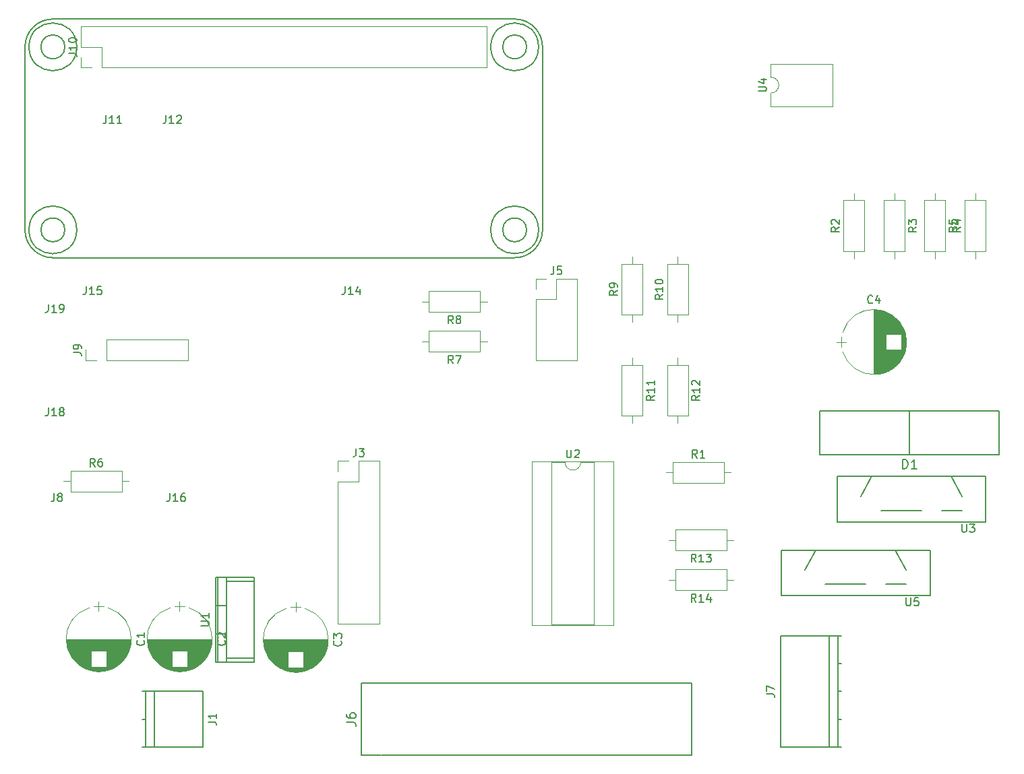
<source format=gbr>
G04 #@! TF.FileFunction,Legend,Top*
%FSLAX46Y46*%
G04 Gerber Fmt 4.6, Leading zero omitted, Abs format (unit mm)*
G04 Created by KiCad (PCBNEW 4.0.7) date 05/28/18 16:01:47*
%MOMM*%
%LPD*%
G01*
G04 APERTURE LIST*
%ADD10C,0.100000*%
%ADD11C,0.120000*%
%ADD12C,0.150000*%
G04 APERTURE END LIST*
D10*
D11*
X161810000Y-106170000D02*
G75*
G02X159810000Y-106170000I-1000000J0D01*
G01*
X159810000Y-106170000D02*
X158160000Y-106170000D01*
X158160000Y-106170000D02*
X158160000Y-126610000D01*
X158160000Y-126610000D02*
X163460000Y-126610000D01*
X163460000Y-126610000D02*
X163460000Y-106170000D01*
X163460000Y-106170000D02*
X161810000Y-106170000D01*
X155670000Y-106110000D02*
X155670000Y-126670000D01*
X155670000Y-126670000D02*
X165950000Y-126670000D01*
X165950000Y-126670000D02*
X165950000Y-106110000D01*
X165950000Y-106110000D02*
X155670000Y-106110000D01*
D12*
X194105000Y-138485000D02*
X194505000Y-138485000D01*
X194105000Y-134985000D02*
X194505000Y-134985000D01*
X194105000Y-131485000D02*
X194505000Y-131485000D01*
X193005000Y-141985000D02*
X193005000Y-127985000D01*
X194105000Y-141985000D02*
X194105000Y-127985000D01*
X186905000Y-141985000D02*
X194505000Y-141985000D01*
X194505000Y-127985000D02*
X186905000Y-127985000D01*
X186905000Y-127985000D02*
X186905000Y-141985000D01*
X153505000Y-50485000D02*
X95505000Y-50485000D01*
X157005000Y-76985000D02*
X157005000Y-53985000D01*
X95505000Y-80485000D02*
X153505000Y-80485000D01*
X92005000Y-53985000D02*
X92005000Y-76985000D01*
X155005000Y-76985000D02*
G75*
G03X155005000Y-76985000I-1500000J0D01*
G01*
X156505000Y-76985000D02*
G75*
G03X156505000Y-76985000I-3000000J0D01*
G01*
X97005000Y-76985000D02*
G75*
G03X97005000Y-76985000I-1500000J0D01*
G01*
X98505000Y-76985000D02*
G75*
G03X98505000Y-76985000I-3000000J0D01*
G01*
X157005000Y-53985000D02*
G75*
G03X153505000Y-50485000I-3500000J0D01*
G01*
X153505000Y-80485000D02*
G75*
G03X157005000Y-76985000I0J3500000D01*
G01*
X92005000Y-76985000D02*
G75*
G03X95505000Y-80485000I3500000J0D01*
G01*
X95505000Y-50485000D02*
G75*
G03X92005000Y-53985000I0J-3500000D01*
G01*
X155005000Y-53985000D02*
G75*
G03X155005000Y-53985000I-1500000J0D01*
G01*
X156505000Y-53985000D02*
G75*
G03X156505000Y-53985000I-3000000J0D01*
G01*
X97005000Y-53985000D02*
G75*
G03X97005000Y-53985000I-1500000J0D01*
G01*
X98505000Y-53985000D02*
G75*
G03X98505000Y-53985000I-3000000J0D01*
G01*
D11*
X149965000Y-56585000D02*
X149965000Y-51385000D01*
X101645000Y-56585000D02*
X149965000Y-56585000D01*
X99045000Y-51385000D02*
X149965000Y-51385000D01*
X101645000Y-56585000D02*
X101645000Y-53985000D01*
X101645000Y-53985000D02*
X99045000Y-53985000D01*
X99045000Y-53985000D02*
X99045000Y-51385000D01*
X100375000Y-56585000D02*
X99045000Y-56585000D01*
X99045000Y-56585000D02*
X99045000Y-55255000D01*
X102437445Y-132326851D02*
G75*
G03X102440000Y-124493918I-1177445J3916851D01*
G01*
X100082555Y-132326851D02*
G75*
G02X100080000Y-124493918I1177445J3916851D01*
G01*
X100082555Y-132326851D02*
G75*
G03X102440000Y-132326082I1177445J3916851D01*
G01*
X105310000Y-128410000D02*
X97210000Y-128410000D01*
X105310000Y-128450000D02*
X97210000Y-128450000D01*
X105310000Y-128490000D02*
X97210000Y-128490000D01*
X105309000Y-128530000D02*
X97211000Y-128530000D01*
X105307000Y-128570000D02*
X97213000Y-128570000D01*
X105306000Y-128610000D02*
X97214000Y-128610000D01*
X105303000Y-128650000D02*
X97217000Y-128650000D01*
X105301000Y-128690000D02*
X97219000Y-128690000D01*
X105298000Y-128730000D02*
X97222000Y-128730000D01*
X105295000Y-128770000D02*
X97225000Y-128770000D01*
X105291000Y-128810000D02*
X97229000Y-128810000D01*
X105287000Y-128850000D02*
X97233000Y-128850000D01*
X105282000Y-128890000D02*
X97238000Y-128890000D01*
X105277000Y-128930000D02*
X97243000Y-128930000D01*
X105272000Y-128970000D02*
X97248000Y-128970000D01*
X105266000Y-129010000D02*
X97254000Y-129010000D01*
X105260000Y-129050000D02*
X97260000Y-129050000D01*
X105254000Y-129090000D02*
X97266000Y-129090000D01*
X105247000Y-129131000D02*
X97273000Y-129131000D01*
X105239000Y-129171000D02*
X97281000Y-129171000D01*
X105231000Y-129211000D02*
X97289000Y-129211000D01*
X105223000Y-129251000D02*
X97297000Y-129251000D01*
X105215000Y-129291000D02*
X97305000Y-129291000D01*
X105206000Y-129331000D02*
X97314000Y-129331000D01*
X105196000Y-129371000D02*
X97324000Y-129371000D01*
X105186000Y-129411000D02*
X97334000Y-129411000D01*
X105176000Y-129451000D02*
X97344000Y-129451000D01*
X105165000Y-129491000D02*
X97355000Y-129491000D01*
X105154000Y-129531000D02*
X97366000Y-129531000D01*
X105143000Y-129571000D02*
X97377000Y-129571000D01*
X105130000Y-129611000D02*
X97390000Y-129611000D01*
X105118000Y-129651000D02*
X97402000Y-129651000D01*
X105105000Y-129691000D02*
X97415000Y-129691000D01*
X105092000Y-129731000D02*
X97428000Y-129731000D01*
X105078000Y-129771000D02*
X97442000Y-129771000D01*
X105063000Y-129811000D02*
X97457000Y-129811000D01*
X105049000Y-129851000D02*
X97471000Y-129851000D01*
X105033000Y-129891000D02*
X97487000Y-129891000D01*
X105018000Y-129931000D02*
X102240000Y-129931000D01*
X100280000Y-129931000D02*
X97502000Y-129931000D01*
X105001000Y-129971000D02*
X102240000Y-129971000D01*
X100280000Y-129971000D02*
X97519000Y-129971000D01*
X104985000Y-130011000D02*
X102240000Y-130011000D01*
X100280000Y-130011000D02*
X97535000Y-130011000D01*
X104967000Y-130051000D02*
X102240000Y-130051000D01*
X100280000Y-130051000D02*
X97553000Y-130051000D01*
X104950000Y-130091000D02*
X102240000Y-130091000D01*
X100280000Y-130091000D02*
X97570000Y-130091000D01*
X104931000Y-130131000D02*
X102240000Y-130131000D01*
X100280000Y-130131000D02*
X97589000Y-130131000D01*
X104912000Y-130171000D02*
X102240000Y-130171000D01*
X100280000Y-130171000D02*
X97608000Y-130171000D01*
X104893000Y-130211000D02*
X102240000Y-130211000D01*
X100280000Y-130211000D02*
X97627000Y-130211000D01*
X104873000Y-130251000D02*
X102240000Y-130251000D01*
X100280000Y-130251000D02*
X97647000Y-130251000D01*
X104853000Y-130291000D02*
X102240000Y-130291000D01*
X100280000Y-130291000D02*
X97667000Y-130291000D01*
X104832000Y-130331000D02*
X102240000Y-130331000D01*
X100280000Y-130331000D02*
X97688000Y-130331000D01*
X104810000Y-130371000D02*
X102240000Y-130371000D01*
X100280000Y-130371000D02*
X97710000Y-130371000D01*
X104788000Y-130411000D02*
X102240000Y-130411000D01*
X100280000Y-130411000D02*
X97732000Y-130411000D01*
X104765000Y-130451000D02*
X102240000Y-130451000D01*
X100280000Y-130451000D02*
X97755000Y-130451000D01*
X104742000Y-130491000D02*
X102240000Y-130491000D01*
X100280000Y-130491000D02*
X97778000Y-130491000D01*
X104718000Y-130531000D02*
X102240000Y-130531000D01*
X100280000Y-130531000D02*
X97802000Y-130531000D01*
X104694000Y-130571000D02*
X102240000Y-130571000D01*
X100280000Y-130571000D02*
X97826000Y-130571000D01*
X104668000Y-130611000D02*
X102240000Y-130611000D01*
X100280000Y-130611000D02*
X97852000Y-130611000D01*
X104643000Y-130651000D02*
X102240000Y-130651000D01*
X100280000Y-130651000D02*
X97877000Y-130651000D01*
X104616000Y-130691000D02*
X102240000Y-130691000D01*
X100280000Y-130691000D02*
X97904000Y-130691000D01*
X104589000Y-130731000D02*
X102240000Y-130731000D01*
X100280000Y-130731000D02*
X97931000Y-130731000D01*
X104561000Y-130771000D02*
X102240000Y-130771000D01*
X100280000Y-130771000D02*
X97959000Y-130771000D01*
X104532000Y-130811000D02*
X102240000Y-130811000D01*
X100280000Y-130811000D02*
X97988000Y-130811000D01*
X104503000Y-130851000D02*
X102240000Y-130851000D01*
X100280000Y-130851000D02*
X98017000Y-130851000D01*
X104473000Y-130891000D02*
X102240000Y-130891000D01*
X100280000Y-130891000D02*
X98047000Y-130891000D01*
X104442000Y-130931000D02*
X102240000Y-130931000D01*
X100280000Y-130931000D02*
X98078000Y-130931000D01*
X104410000Y-130971000D02*
X102240000Y-130971000D01*
X100280000Y-130971000D02*
X98110000Y-130971000D01*
X104378000Y-131011000D02*
X102240000Y-131011000D01*
X100280000Y-131011000D02*
X98142000Y-131011000D01*
X104344000Y-131051000D02*
X102240000Y-131051000D01*
X100280000Y-131051000D02*
X98176000Y-131051000D01*
X104310000Y-131091000D02*
X102240000Y-131091000D01*
X100280000Y-131091000D02*
X98210000Y-131091000D01*
X104275000Y-131131000D02*
X102240000Y-131131000D01*
X100280000Y-131131000D02*
X98245000Y-131131000D01*
X104239000Y-131171000D02*
X102240000Y-131171000D01*
X100280000Y-131171000D02*
X98281000Y-131171000D01*
X104202000Y-131211000D02*
X102240000Y-131211000D01*
X100280000Y-131211000D02*
X98318000Y-131211000D01*
X104164000Y-131251000D02*
X102240000Y-131251000D01*
X100280000Y-131251000D02*
X98356000Y-131251000D01*
X104125000Y-131291000D02*
X102240000Y-131291000D01*
X100280000Y-131291000D02*
X98395000Y-131291000D01*
X104084000Y-131331000D02*
X102240000Y-131331000D01*
X100280000Y-131331000D02*
X98436000Y-131331000D01*
X104043000Y-131371000D02*
X102240000Y-131371000D01*
X100280000Y-131371000D02*
X98477000Y-131371000D01*
X104000000Y-131411000D02*
X102240000Y-131411000D01*
X100280000Y-131411000D02*
X98520000Y-131411000D01*
X103957000Y-131451000D02*
X102240000Y-131451000D01*
X100280000Y-131451000D02*
X98563000Y-131451000D01*
X103912000Y-131491000D02*
X102240000Y-131491000D01*
X100280000Y-131491000D02*
X98608000Y-131491000D01*
X103865000Y-131531000D02*
X102240000Y-131531000D01*
X100280000Y-131531000D02*
X98655000Y-131531000D01*
X103817000Y-131571000D02*
X102240000Y-131571000D01*
X100280000Y-131571000D02*
X98703000Y-131571000D01*
X103768000Y-131611000D02*
X102240000Y-131611000D01*
X100280000Y-131611000D02*
X98752000Y-131611000D01*
X103717000Y-131651000D02*
X102240000Y-131651000D01*
X100280000Y-131651000D02*
X98803000Y-131651000D01*
X103664000Y-131691000D02*
X102240000Y-131691000D01*
X100280000Y-131691000D02*
X98856000Y-131691000D01*
X103609000Y-131731000D02*
X102240000Y-131731000D01*
X100280000Y-131731000D02*
X98911000Y-131731000D01*
X103553000Y-131771000D02*
X102240000Y-131771000D01*
X100280000Y-131771000D02*
X98967000Y-131771000D01*
X103494000Y-131811000D02*
X102240000Y-131811000D01*
X100280000Y-131811000D02*
X99026000Y-131811000D01*
X103433000Y-131851000D02*
X102240000Y-131851000D01*
X100280000Y-131851000D02*
X99087000Y-131851000D01*
X103369000Y-131891000D02*
X99151000Y-131891000D01*
X103303000Y-131931000D02*
X99217000Y-131931000D01*
X103234000Y-131971000D02*
X99286000Y-131971000D01*
X103162000Y-132011000D02*
X99358000Y-132011000D01*
X103086000Y-132051000D02*
X99434000Y-132051000D01*
X103005000Y-132091000D02*
X99515000Y-132091000D01*
X102920000Y-132131000D02*
X99600000Y-132131000D01*
X102830000Y-132171000D02*
X99690000Y-132171000D01*
X102733000Y-132211000D02*
X99787000Y-132211000D01*
X102629000Y-132251000D02*
X99891000Y-132251000D01*
X102514000Y-132291000D02*
X100006000Y-132291000D01*
X102387000Y-132331000D02*
X100133000Y-132331000D01*
X102243000Y-132371000D02*
X100277000Y-132371000D01*
X102074000Y-132411000D02*
X100446000Y-132411000D01*
X101858000Y-132451000D02*
X100662000Y-132451000D01*
X101506000Y-132491000D02*
X101014000Y-132491000D01*
X101260000Y-123710000D02*
X101260000Y-124910000D01*
X101910000Y-124310000D02*
X100610000Y-124310000D01*
X112597445Y-132326851D02*
G75*
G03X112600000Y-124493918I-1177445J3916851D01*
G01*
X110242555Y-132326851D02*
G75*
G02X110240000Y-124493918I1177445J3916851D01*
G01*
X110242555Y-132326851D02*
G75*
G03X112600000Y-132326082I1177445J3916851D01*
G01*
X115470000Y-128410000D02*
X107370000Y-128410000D01*
X115470000Y-128450000D02*
X107370000Y-128450000D01*
X115470000Y-128490000D02*
X107370000Y-128490000D01*
X115469000Y-128530000D02*
X107371000Y-128530000D01*
X115467000Y-128570000D02*
X107373000Y-128570000D01*
X115466000Y-128610000D02*
X107374000Y-128610000D01*
X115463000Y-128650000D02*
X107377000Y-128650000D01*
X115461000Y-128690000D02*
X107379000Y-128690000D01*
X115458000Y-128730000D02*
X107382000Y-128730000D01*
X115455000Y-128770000D02*
X107385000Y-128770000D01*
X115451000Y-128810000D02*
X107389000Y-128810000D01*
X115447000Y-128850000D02*
X107393000Y-128850000D01*
X115442000Y-128890000D02*
X107398000Y-128890000D01*
X115437000Y-128930000D02*
X107403000Y-128930000D01*
X115432000Y-128970000D02*
X107408000Y-128970000D01*
X115426000Y-129010000D02*
X107414000Y-129010000D01*
X115420000Y-129050000D02*
X107420000Y-129050000D01*
X115414000Y-129090000D02*
X107426000Y-129090000D01*
X115407000Y-129131000D02*
X107433000Y-129131000D01*
X115399000Y-129171000D02*
X107441000Y-129171000D01*
X115391000Y-129211000D02*
X107449000Y-129211000D01*
X115383000Y-129251000D02*
X107457000Y-129251000D01*
X115375000Y-129291000D02*
X107465000Y-129291000D01*
X115366000Y-129331000D02*
X107474000Y-129331000D01*
X115356000Y-129371000D02*
X107484000Y-129371000D01*
X115346000Y-129411000D02*
X107494000Y-129411000D01*
X115336000Y-129451000D02*
X107504000Y-129451000D01*
X115325000Y-129491000D02*
X107515000Y-129491000D01*
X115314000Y-129531000D02*
X107526000Y-129531000D01*
X115303000Y-129571000D02*
X107537000Y-129571000D01*
X115290000Y-129611000D02*
X107550000Y-129611000D01*
X115278000Y-129651000D02*
X107562000Y-129651000D01*
X115265000Y-129691000D02*
X107575000Y-129691000D01*
X115252000Y-129731000D02*
X107588000Y-129731000D01*
X115238000Y-129771000D02*
X107602000Y-129771000D01*
X115223000Y-129811000D02*
X107617000Y-129811000D01*
X115209000Y-129851000D02*
X107631000Y-129851000D01*
X115193000Y-129891000D02*
X107647000Y-129891000D01*
X115178000Y-129931000D02*
X112400000Y-129931000D01*
X110440000Y-129931000D02*
X107662000Y-129931000D01*
X115161000Y-129971000D02*
X112400000Y-129971000D01*
X110440000Y-129971000D02*
X107679000Y-129971000D01*
X115145000Y-130011000D02*
X112400000Y-130011000D01*
X110440000Y-130011000D02*
X107695000Y-130011000D01*
X115127000Y-130051000D02*
X112400000Y-130051000D01*
X110440000Y-130051000D02*
X107713000Y-130051000D01*
X115110000Y-130091000D02*
X112400000Y-130091000D01*
X110440000Y-130091000D02*
X107730000Y-130091000D01*
X115091000Y-130131000D02*
X112400000Y-130131000D01*
X110440000Y-130131000D02*
X107749000Y-130131000D01*
X115072000Y-130171000D02*
X112400000Y-130171000D01*
X110440000Y-130171000D02*
X107768000Y-130171000D01*
X115053000Y-130211000D02*
X112400000Y-130211000D01*
X110440000Y-130211000D02*
X107787000Y-130211000D01*
X115033000Y-130251000D02*
X112400000Y-130251000D01*
X110440000Y-130251000D02*
X107807000Y-130251000D01*
X115013000Y-130291000D02*
X112400000Y-130291000D01*
X110440000Y-130291000D02*
X107827000Y-130291000D01*
X114992000Y-130331000D02*
X112400000Y-130331000D01*
X110440000Y-130331000D02*
X107848000Y-130331000D01*
X114970000Y-130371000D02*
X112400000Y-130371000D01*
X110440000Y-130371000D02*
X107870000Y-130371000D01*
X114948000Y-130411000D02*
X112400000Y-130411000D01*
X110440000Y-130411000D02*
X107892000Y-130411000D01*
X114925000Y-130451000D02*
X112400000Y-130451000D01*
X110440000Y-130451000D02*
X107915000Y-130451000D01*
X114902000Y-130491000D02*
X112400000Y-130491000D01*
X110440000Y-130491000D02*
X107938000Y-130491000D01*
X114878000Y-130531000D02*
X112400000Y-130531000D01*
X110440000Y-130531000D02*
X107962000Y-130531000D01*
X114854000Y-130571000D02*
X112400000Y-130571000D01*
X110440000Y-130571000D02*
X107986000Y-130571000D01*
X114828000Y-130611000D02*
X112400000Y-130611000D01*
X110440000Y-130611000D02*
X108012000Y-130611000D01*
X114803000Y-130651000D02*
X112400000Y-130651000D01*
X110440000Y-130651000D02*
X108037000Y-130651000D01*
X114776000Y-130691000D02*
X112400000Y-130691000D01*
X110440000Y-130691000D02*
X108064000Y-130691000D01*
X114749000Y-130731000D02*
X112400000Y-130731000D01*
X110440000Y-130731000D02*
X108091000Y-130731000D01*
X114721000Y-130771000D02*
X112400000Y-130771000D01*
X110440000Y-130771000D02*
X108119000Y-130771000D01*
X114692000Y-130811000D02*
X112400000Y-130811000D01*
X110440000Y-130811000D02*
X108148000Y-130811000D01*
X114663000Y-130851000D02*
X112400000Y-130851000D01*
X110440000Y-130851000D02*
X108177000Y-130851000D01*
X114633000Y-130891000D02*
X112400000Y-130891000D01*
X110440000Y-130891000D02*
X108207000Y-130891000D01*
X114602000Y-130931000D02*
X112400000Y-130931000D01*
X110440000Y-130931000D02*
X108238000Y-130931000D01*
X114570000Y-130971000D02*
X112400000Y-130971000D01*
X110440000Y-130971000D02*
X108270000Y-130971000D01*
X114538000Y-131011000D02*
X112400000Y-131011000D01*
X110440000Y-131011000D02*
X108302000Y-131011000D01*
X114504000Y-131051000D02*
X112400000Y-131051000D01*
X110440000Y-131051000D02*
X108336000Y-131051000D01*
X114470000Y-131091000D02*
X112400000Y-131091000D01*
X110440000Y-131091000D02*
X108370000Y-131091000D01*
X114435000Y-131131000D02*
X112400000Y-131131000D01*
X110440000Y-131131000D02*
X108405000Y-131131000D01*
X114399000Y-131171000D02*
X112400000Y-131171000D01*
X110440000Y-131171000D02*
X108441000Y-131171000D01*
X114362000Y-131211000D02*
X112400000Y-131211000D01*
X110440000Y-131211000D02*
X108478000Y-131211000D01*
X114324000Y-131251000D02*
X112400000Y-131251000D01*
X110440000Y-131251000D02*
X108516000Y-131251000D01*
X114285000Y-131291000D02*
X112400000Y-131291000D01*
X110440000Y-131291000D02*
X108555000Y-131291000D01*
X114244000Y-131331000D02*
X112400000Y-131331000D01*
X110440000Y-131331000D02*
X108596000Y-131331000D01*
X114203000Y-131371000D02*
X112400000Y-131371000D01*
X110440000Y-131371000D02*
X108637000Y-131371000D01*
X114160000Y-131411000D02*
X112400000Y-131411000D01*
X110440000Y-131411000D02*
X108680000Y-131411000D01*
X114117000Y-131451000D02*
X112400000Y-131451000D01*
X110440000Y-131451000D02*
X108723000Y-131451000D01*
X114072000Y-131491000D02*
X112400000Y-131491000D01*
X110440000Y-131491000D02*
X108768000Y-131491000D01*
X114025000Y-131531000D02*
X112400000Y-131531000D01*
X110440000Y-131531000D02*
X108815000Y-131531000D01*
X113977000Y-131571000D02*
X112400000Y-131571000D01*
X110440000Y-131571000D02*
X108863000Y-131571000D01*
X113928000Y-131611000D02*
X112400000Y-131611000D01*
X110440000Y-131611000D02*
X108912000Y-131611000D01*
X113877000Y-131651000D02*
X112400000Y-131651000D01*
X110440000Y-131651000D02*
X108963000Y-131651000D01*
X113824000Y-131691000D02*
X112400000Y-131691000D01*
X110440000Y-131691000D02*
X109016000Y-131691000D01*
X113769000Y-131731000D02*
X112400000Y-131731000D01*
X110440000Y-131731000D02*
X109071000Y-131731000D01*
X113713000Y-131771000D02*
X112400000Y-131771000D01*
X110440000Y-131771000D02*
X109127000Y-131771000D01*
X113654000Y-131811000D02*
X112400000Y-131811000D01*
X110440000Y-131811000D02*
X109186000Y-131811000D01*
X113593000Y-131851000D02*
X112400000Y-131851000D01*
X110440000Y-131851000D02*
X109247000Y-131851000D01*
X113529000Y-131891000D02*
X109311000Y-131891000D01*
X113463000Y-131931000D02*
X109377000Y-131931000D01*
X113394000Y-131971000D02*
X109446000Y-131971000D01*
X113322000Y-132011000D02*
X109518000Y-132011000D01*
X113246000Y-132051000D02*
X109594000Y-132051000D01*
X113165000Y-132091000D02*
X109675000Y-132091000D01*
X113080000Y-132131000D02*
X109760000Y-132131000D01*
X112990000Y-132171000D02*
X109850000Y-132171000D01*
X112893000Y-132211000D02*
X109947000Y-132211000D01*
X112789000Y-132251000D02*
X110051000Y-132251000D01*
X112674000Y-132291000D02*
X110166000Y-132291000D01*
X112547000Y-132331000D02*
X110293000Y-132331000D01*
X112403000Y-132371000D02*
X110437000Y-132371000D01*
X112234000Y-132411000D02*
X110606000Y-132411000D01*
X112018000Y-132451000D02*
X110822000Y-132451000D01*
X111666000Y-132491000D02*
X111174000Y-132491000D01*
X111420000Y-123710000D02*
X111420000Y-124910000D01*
X112070000Y-124310000D02*
X110770000Y-124310000D01*
X127182445Y-132401851D02*
G75*
G03X127185000Y-124568918I-1177445J3916851D01*
G01*
X124827555Y-132401851D02*
G75*
G02X124825000Y-124568918I1177445J3916851D01*
G01*
X124827555Y-132401851D02*
G75*
G03X127185000Y-132401082I1177445J3916851D01*
G01*
X130055000Y-128485000D02*
X121955000Y-128485000D01*
X130055000Y-128525000D02*
X121955000Y-128525000D01*
X130055000Y-128565000D02*
X121955000Y-128565000D01*
X130054000Y-128605000D02*
X121956000Y-128605000D01*
X130052000Y-128645000D02*
X121958000Y-128645000D01*
X130051000Y-128685000D02*
X121959000Y-128685000D01*
X130048000Y-128725000D02*
X121962000Y-128725000D01*
X130046000Y-128765000D02*
X121964000Y-128765000D01*
X130043000Y-128805000D02*
X121967000Y-128805000D01*
X130040000Y-128845000D02*
X121970000Y-128845000D01*
X130036000Y-128885000D02*
X121974000Y-128885000D01*
X130032000Y-128925000D02*
X121978000Y-128925000D01*
X130027000Y-128965000D02*
X121983000Y-128965000D01*
X130022000Y-129005000D02*
X121988000Y-129005000D01*
X130017000Y-129045000D02*
X121993000Y-129045000D01*
X130011000Y-129085000D02*
X121999000Y-129085000D01*
X130005000Y-129125000D02*
X122005000Y-129125000D01*
X129999000Y-129165000D02*
X122011000Y-129165000D01*
X129992000Y-129206000D02*
X122018000Y-129206000D01*
X129984000Y-129246000D02*
X122026000Y-129246000D01*
X129976000Y-129286000D02*
X122034000Y-129286000D01*
X129968000Y-129326000D02*
X122042000Y-129326000D01*
X129960000Y-129366000D02*
X122050000Y-129366000D01*
X129951000Y-129406000D02*
X122059000Y-129406000D01*
X129941000Y-129446000D02*
X122069000Y-129446000D01*
X129931000Y-129486000D02*
X122079000Y-129486000D01*
X129921000Y-129526000D02*
X122089000Y-129526000D01*
X129910000Y-129566000D02*
X122100000Y-129566000D01*
X129899000Y-129606000D02*
X122111000Y-129606000D01*
X129888000Y-129646000D02*
X122122000Y-129646000D01*
X129875000Y-129686000D02*
X122135000Y-129686000D01*
X129863000Y-129726000D02*
X122147000Y-129726000D01*
X129850000Y-129766000D02*
X122160000Y-129766000D01*
X129837000Y-129806000D02*
X122173000Y-129806000D01*
X129823000Y-129846000D02*
X122187000Y-129846000D01*
X129808000Y-129886000D02*
X122202000Y-129886000D01*
X129794000Y-129926000D02*
X122216000Y-129926000D01*
X129778000Y-129966000D02*
X122232000Y-129966000D01*
X129763000Y-130006000D02*
X126985000Y-130006000D01*
X125025000Y-130006000D02*
X122247000Y-130006000D01*
X129746000Y-130046000D02*
X126985000Y-130046000D01*
X125025000Y-130046000D02*
X122264000Y-130046000D01*
X129730000Y-130086000D02*
X126985000Y-130086000D01*
X125025000Y-130086000D02*
X122280000Y-130086000D01*
X129712000Y-130126000D02*
X126985000Y-130126000D01*
X125025000Y-130126000D02*
X122298000Y-130126000D01*
X129695000Y-130166000D02*
X126985000Y-130166000D01*
X125025000Y-130166000D02*
X122315000Y-130166000D01*
X129676000Y-130206000D02*
X126985000Y-130206000D01*
X125025000Y-130206000D02*
X122334000Y-130206000D01*
X129657000Y-130246000D02*
X126985000Y-130246000D01*
X125025000Y-130246000D02*
X122353000Y-130246000D01*
X129638000Y-130286000D02*
X126985000Y-130286000D01*
X125025000Y-130286000D02*
X122372000Y-130286000D01*
X129618000Y-130326000D02*
X126985000Y-130326000D01*
X125025000Y-130326000D02*
X122392000Y-130326000D01*
X129598000Y-130366000D02*
X126985000Y-130366000D01*
X125025000Y-130366000D02*
X122412000Y-130366000D01*
X129577000Y-130406000D02*
X126985000Y-130406000D01*
X125025000Y-130406000D02*
X122433000Y-130406000D01*
X129555000Y-130446000D02*
X126985000Y-130446000D01*
X125025000Y-130446000D02*
X122455000Y-130446000D01*
X129533000Y-130486000D02*
X126985000Y-130486000D01*
X125025000Y-130486000D02*
X122477000Y-130486000D01*
X129510000Y-130526000D02*
X126985000Y-130526000D01*
X125025000Y-130526000D02*
X122500000Y-130526000D01*
X129487000Y-130566000D02*
X126985000Y-130566000D01*
X125025000Y-130566000D02*
X122523000Y-130566000D01*
X129463000Y-130606000D02*
X126985000Y-130606000D01*
X125025000Y-130606000D02*
X122547000Y-130606000D01*
X129439000Y-130646000D02*
X126985000Y-130646000D01*
X125025000Y-130646000D02*
X122571000Y-130646000D01*
X129413000Y-130686000D02*
X126985000Y-130686000D01*
X125025000Y-130686000D02*
X122597000Y-130686000D01*
X129388000Y-130726000D02*
X126985000Y-130726000D01*
X125025000Y-130726000D02*
X122622000Y-130726000D01*
X129361000Y-130766000D02*
X126985000Y-130766000D01*
X125025000Y-130766000D02*
X122649000Y-130766000D01*
X129334000Y-130806000D02*
X126985000Y-130806000D01*
X125025000Y-130806000D02*
X122676000Y-130806000D01*
X129306000Y-130846000D02*
X126985000Y-130846000D01*
X125025000Y-130846000D02*
X122704000Y-130846000D01*
X129277000Y-130886000D02*
X126985000Y-130886000D01*
X125025000Y-130886000D02*
X122733000Y-130886000D01*
X129248000Y-130926000D02*
X126985000Y-130926000D01*
X125025000Y-130926000D02*
X122762000Y-130926000D01*
X129218000Y-130966000D02*
X126985000Y-130966000D01*
X125025000Y-130966000D02*
X122792000Y-130966000D01*
X129187000Y-131006000D02*
X126985000Y-131006000D01*
X125025000Y-131006000D02*
X122823000Y-131006000D01*
X129155000Y-131046000D02*
X126985000Y-131046000D01*
X125025000Y-131046000D02*
X122855000Y-131046000D01*
X129123000Y-131086000D02*
X126985000Y-131086000D01*
X125025000Y-131086000D02*
X122887000Y-131086000D01*
X129089000Y-131126000D02*
X126985000Y-131126000D01*
X125025000Y-131126000D02*
X122921000Y-131126000D01*
X129055000Y-131166000D02*
X126985000Y-131166000D01*
X125025000Y-131166000D02*
X122955000Y-131166000D01*
X129020000Y-131206000D02*
X126985000Y-131206000D01*
X125025000Y-131206000D02*
X122990000Y-131206000D01*
X128984000Y-131246000D02*
X126985000Y-131246000D01*
X125025000Y-131246000D02*
X123026000Y-131246000D01*
X128947000Y-131286000D02*
X126985000Y-131286000D01*
X125025000Y-131286000D02*
X123063000Y-131286000D01*
X128909000Y-131326000D02*
X126985000Y-131326000D01*
X125025000Y-131326000D02*
X123101000Y-131326000D01*
X128870000Y-131366000D02*
X126985000Y-131366000D01*
X125025000Y-131366000D02*
X123140000Y-131366000D01*
X128829000Y-131406000D02*
X126985000Y-131406000D01*
X125025000Y-131406000D02*
X123181000Y-131406000D01*
X128788000Y-131446000D02*
X126985000Y-131446000D01*
X125025000Y-131446000D02*
X123222000Y-131446000D01*
X128745000Y-131486000D02*
X126985000Y-131486000D01*
X125025000Y-131486000D02*
X123265000Y-131486000D01*
X128702000Y-131526000D02*
X126985000Y-131526000D01*
X125025000Y-131526000D02*
X123308000Y-131526000D01*
X128657000Y-131566000D02*
X126985000Y-131566000D01*
X125025000Y-131566000D02*
X123353000Y-131566000D01*
X128610000Y-131606000D02*
X126985000Y-131606000D01*
X125025000Y-131606000D02*
X123400000Y-131606000D01*
X128562000Y-131646000D02*
X126985000Y-131646000D01*
X125025000Y-131646000D02*
X123448000Y-131646000D01*
X128513000Y-131686000D02*
X126985000Y-131686000D01*
X125025000Y-131686000D02*
X123497000Y-131686000D01*
X128462000Y-131726000D02*
X126985000Y-131726000D01*
X125025000Y-131726000D02*
X123548000Y-131726000D01*
X128409000Y-131766000D02*
X126985000Y-131766000D01*
X125025000Y-131766000D02*
X123601000Y-131766000D01*
X128354000Y-131806000D02*
X126985000Y-131806000D01*
X125025000Y-131806000D02*
X123656000Y-131806000D01*
X128298000Y-131846000D02*
X126985000Y-131846000D01*
X125025000Y-131846000D02*
X123712000Y-131846000D01*
X128239000Y-131886000D02*
X126985000Y-131886000D01*
X125025000Y-131886000D02*
X123771000Y-131886000D01*
X128178000Y-131926000D02*
X126985000Y-131926000D01*
X125025000Y-131926000D02*
X123832000Y-131926000D01*
X128114000Y-131966000D02*
X123896000Y-131966000D01*
X128048000Y-132006000D02*
X123962000Y-132006000D01*
X127979000Y-132046000D02*
X124031000Y-132046000D01*
X127907000Y-132086000D02*
X124103000Y-132086000D01*
X127831000Y-132126000D02*
X124179000Y-132126000D01*
X127750000Y-132166000D02*
X124260000Y-132166000D01*
X127665000Y-132206000D02*
X124345000Y-132206000D01*
X127575000Y-132246000D02*
X124435000Y-132246000D01*
X127478000Y-132286000D02*
X124532000Y-132286000D01*
X127374000Y-132326000D02*
X124636000Y-132326000D01*
X127259000Y-132366000D02*
X124751000Y-132366000D01*
X127132000Y-132406000D02*
X124878000Y-132406000D01*
X126988000Y-132446000D02*
X125022000Y-132446000D01*
X126819000Y-132486000D02*
X125191000Y-132486000D01*
X126603000Y-132526000D02*
X125407000Y-132526000D01*
X126251000Y-132566000D02*
X125759000Y-132566000D01*
X126005000Y-123785000D02*
X126005000Y-124985000D01*
X126655000Y-124385000D02*
X125355000Y-124385000D01*
D12*
X191850000Y-99755000D02*
X214350000Y-99755000D01*
X214350000Y-99755000D02*
X214350000Y-105255000D01*
X214350000Y-105255000D02*
X191850000Y-105255000D01*
X191850000Y-105255000D02*
X191850000Y-99755000D01*
X203100000Y-99755000D02*
X203100000Y-105255000D01*
D11*
X131315000Y-126465000D02*
X136515000Y-126465000D01*
X131315000Y-108625000D02*
X131315000Y-126465000D01*
X136515000Y-106025000D02*
X136515000Y-126465000D01*
X131315000Y-108625000D02*
X133915000Y-108625000D01*
X133915000Y-108625000D02*
X133915000Y-106025000D01*
X133915000Y-106025000D02*
X136515000Y-106025000D01*
X131315000Y-107355000D02*
X131315000Y-106025000D01*
X131315000Y-106025000D02*
X132645000Y-106025000D01*
X102235000Y-93405000D02*
X112455000Y-93405000D01*
X112455000Y-93405000D02*
X112455000Y-90745000D01*
X112455000Y-90745000D02*
X102235000Y-90745000D01*
X102235000Y-90745000D02*
X102235000Y-93405000D01*
X100965000Y-93405000D02*
X99635000Y-93405000D01*
X99635000Y-93405000D02*
X99635000Y-92075000D01*
X173375000Y-106175000D02*
X173375000Y-108795000D01*
X173375000Y-108795000D02*
X179795000Y-108795000D01*
X179795000Y-108795000D02*
X179795000Y-106175000D01*
X179795000Y-106175000D02*
X173375000Y-106175000D01*
X172485000Y-107485000D02*
X173375000Y-107485000D01*
X180685000Y-107485000D02*
X179795000Y-107485000D01*
X194805000Y-79680000D02*
X197425000Y-79680000D01*
X197425000Y-79680000D02*
X197425000Y-73260000D01*
X197425000Y-73260000D02*
X194805000Y-73260000D01*
X194805000Y-73260000D02*
X194805000Y-79680000D01*
X196115000Y-80570000D02*
X196115000Y-79680000D01*
X196115000Y-72370000D02*
X196115000Y-73260000D01*
X202505000Y-73260000D02*
X199885000Y-73260000D01*
X199885000Y-73260000D02*
X199885000Y-79680000D01*
X199885000Y-79680000D02*
X202505000Y-79680000D01*
X202505000Y-79680000D02*
X202505000Y-73260000D01*
X201195000Y-72370000D02*
X201195000Y-73260000D01*
X201195000Y-80570000D02*
X201195000Y-79680000D01*
X210045000Y-79680000D02*
X212665000Y-79680000D01*
X212665000Y-79680000D02*
X212665000Y-73260000D01*
X212665000Y-73260000D02*
X210045000Y-73260000D01*
X210045000Y-73260000D02*
X210045000Y-79680000D01*
X211355000Y-80570000D02*
X211355000Y-79680000D01*
X211355000Y-72370000D02*
X211355000Y-73260000D01*
X207585000Y-73260000D02*
X204965000Y-73260000D01*
X204965000Y-73260000D02*
X204965000Y-79680000D01*
X204965000Y-79680000D02*
X207585000Y-79680000D01*
X207585000Y-79680000D02*
X207585000Y-73260000D01*
X206275000Y-72370000D02*
X206275000Y-73260000D01*
X206275000Y-80570000D02*
X206275000Y-79680000D01*
X97755000Y-107275000D02*
X97755000Y-109895000D01*
X97755000Y-109895000D02*
X104175000Y-109895000D01*
X104175000Y-109895000D02*
X104175000Y-107275000D01*
X104175000Y-107275000D02*
X97755000Y-107275000D01*
X96865000Y-108585000D02*
X97755000Y-108585000D01*
X105065000Y-108585000D02*
X104175000Y-108585000D01*
X149160000Y-92310000D02*
X149160000Y-89690000D01*
X149160000Y-89690000D02*
X142740000Y-89690000D01*
X142740000Y-89690000D02*
X142740000Y-92310000D01*
X142740000Y-92310000D02*
X149160000Y-92310000D01*
X150050000Y-91000000D02*
X149160000Y-91000000D01*
X141850000Y-91000000D02*
X142740000Y-91000000D01*
X149160000Y-87310000D02*
X149160000Y-84690000D01*
X149160000Y-84690000D02*
X142740000Y-84690000D01*
X142740000Y-84690000D02*
X142740000Y-87310000D01*
X142740000Y-87310000D02*
X149160000Y-87310000D01*
X150050000Y-86000000D02*
X149160000Y-86000000D01*
X141850000Y-86000000D02*
X142740000Y-86000000D01*
X166965000Y-87665000D02*
X169585000Y-87665000D01*
X169585000Y-87665000D02*
X169585000Y-81245000D01*
X169585000Y-81245000D02*
X166965000Y-81245000D01*
X166965000Y-81245000D02*
X166965000Y-87665000D01*
X168275000Y-88555000D02*
X168275000Y-87665000D01*
X168275000Y-80355000D02*
X168275000Y-81245000D01*
X172680000Y-87665000D02*
X175300000Y-87665000D01*
X175300000Y-87665000D02*
X175300000Y-81245000D01*
X175300000Y-81245000D02*
X172680000Y-81245000D01*
X172680000Y-81245000D02*
X172680000Y-87665000D01*
X173990000Y-88555000D02*
X173990000Y-87665000D01*
X173990000Y-80355000D02*
X173990000Y-81245000D01*
X169585000Y-93945000D02*
X166965000Y-93945000D01*
X166965000Y-93945000D02*
X166965000Y-100365000D01*
X166965000Y-100365000D02*
X169585000Y-100365000D01*
X169585000Y-100365000D02*
X169585000Y-93945000D01*
X168275000Y-93055000D02*
X168275000Y-93945000D01*
X168275000Y-101255000D02*
X168275000Y-100365000D01*
X175300000Y-93945000D02*
X172680000Y-93945000D01*
X172680000Y-93945000D02*
X172680000Y-100365000D01*
X172680000Y-100365000D02*
X175300000Y-100365000D01*
X175300000Y-100365000D02*
X175300000Y-93945000D01*
X173990000Y-93055000D02*
X173990000Y-93945000D01*
X173990000Y-101255000D02*
X173990000Y-100365000D01*
X180135000Y-117295000D02*
X180135000Y-114675000D01*
X180135000Y-114675000D02*
X173715000Y-114675000D01*
X173715000Y-114675000D02*
X173715000Y-117295000D01*
X173715000Y-117295000D02*
X180135000Y-117295000D01*
X181025000Y-115985000D02*
X180135000Y-115985000D01*
X172825000Y-115985000D02*
X173715000Y-115985000D01*
D12*
X117354000Y-121159000D02*
X120783000Y-121159000D01*
X117354000Y-130811000D02*
X120783000Y-130811000D01*
X116211000Y-120651000D02*
X116211000Y-131319000D01*
X117227000Y-124207000D02*
X115957000Y-124207000D01*
X117227000Y-127763000D02*
X115957000Y-127763000D01*
X117354000Y-131319000D02*
X117354000Y-120651000D01*
X120783000Y-120651000D02*
X120783000Y-131319000D01*
X115957000Y-131319000D02*
X120783000Y-131319000D01*
X115957000Y-120651000D02*
X120783000Y-120651000D01*
X115957000Y-120651000D02*
X115957000Y-131319000D01*
X209685000Y-112285000D02*
X207145000Y-112285000D01*
X204605000Y-112285000D02*
X199525000Y-112285000D01*
X208335000Y-107985000D02*
X209675000Y-110485000D01*
X198335000Y-107985000D02*
X196995000Y-110485000D01*
X212685000Y-113685000D02*
X193985000Y-113685000D01*
X193985000Y-113685000D02*
X193985000Y-107985000D01*
X193985000Y-107985000D02*
X212685000Y-107985000D01*
X212685000Y-107985000D02*
X212685000Y-113685000D01*
D11*
X185675000Y-57795000D02*
G75*
G02X185675000Y-59795000I0J-1000000D01*
G01*
X185675000Y-59795000D02*
X185675000Y-61445000D01*
X185675000Y-61445000D02*
X193415000Y-61445000D01*
X193415000Y-61445000D02*
X193415000Y-56145000D01*
X193415000Y-56145000D02*
X185675000Y-56145000D01*
X185675000Y-56145000D02*
X185675000Y-57795000D01*
X202531851Y-89897555D02*
G75*
G03X194698918Y-89895000I-3916851J-1177445D01*
G01*
X202531851Y-92252445D02*
G75*
G02X194698918Y-92255000I-3916851J1177445D01*
G01*
X202531851Y-92252445D02*
G75*
G03X202531082Y-89895000I-3916851J1177445D01*
G01*
X198615000Y-87025000D02*
X198615000Y-95125000D01*
X198655000Y-87025000D02*
X198655000Y-95125000D01*
X198695000Y-87025000D02*
X198695000Y-95125000D01*
X198735000Y-87026000D02*
X198735000Y-95124000D01*
X198775000Y-87028000D02*
X198775000Y-95122000D01*
X198815000Y-87029000D02*
X198815000Y-95121000D01*
X198855000Y-87032000D02*
X198855000Y-95118000D01*
X198895000Y-87034000D02*
X198895000Y-95116000D01*
X198935000Y-87037000D02*
X198935000Y-95113000D01*
X198975000Y-87040000D02*
X198975000Y-95110000D01*
X199015000Y-87044000D02*
X199015000Y-95106000D01*
X199055000Y-87048000D02*
X199055000Y-95102000D01*
X199095000Y-87053000D02*
X199095000Y-95097000D01*
X199135000Y-87058000D02*
X199135000Y-95092000D01*
X199175000Y-87063000D02*
X199175000Y-95087000D01*
X199215000Y-87069000D02*
X199215000Y-95081000D01*
X199255000Y-87075000D02*
X199255000Y-95075000D01*
X199295000Y-87081000D02*
X199295000Y-95069000D01*
X199336000Y-87088000D02*
X199336000Y-95062000D01*
X199376000Y-87096000D02*
X199376000Y-95054000D01*
X199416000Y-87104000D02*
X199416000Y-95046000D01*
X199456000Y-87112000D02*
X199456000Y-95038000D01*
X199496000Y-87120000D02*
X199496000Y-95030000D01*
X199536000Y-87129000D02*
X199536000Y-95021000D01*
X199576000Y-87139000D02*
X199576000Y-95011000D01*
X199616000Y-87149000D02*
X199616000Y-95001000D01*
X199656000Y-87159000D02*
X199656000Y-94991000D01*
X199696000Y-87170000D02*
X199696000Y-94980000D01*
X199736000Y-87181000D02*
X199736000Y-94969000D01*
X199776000Y-87192000D02*
X199776000Y-94958000D01*
X199816000Y-87205000D02*
X199816000Y-94945000D01*
X199856000Y-87217000D02*
X199856000Y-94933000D01*
X199896000Y-87230000D02*
X199896000Y-94920000D01*
X199936000Y-87243000D02*
X199936000Y-94907000D01*
X199976000Y-87257000D02*
X199976000Y-94893000D01*
X200016000Y-87272000D02*
X200016000Y-94878000D01*
X200056000Y-87286000D02*
X200056000Y-94864000D01*
X200096000Y-87302000D02*
X200096000Y-94848000D01*
X200136000Y-87317000D02*
X200136000Y-90095000D01*
X200136000Y-92055000D02*
X200136000Y-94833000D01*
X200176000Y-87334000D02*
X200176000Y-90095000D01*
X200176000Y-92055000D02*
X200176000Y-94816000D01*
X200216000Y-87350000D02*
X200216000Y-90095000D01*
X200216000Y-92055000D02*
X200216000Y-94800000D01*
X200256000Y-87368000D02*
X200256000Y-90095000D01*
X200256000Y-92055000D02*
X200256000Y-94782000D01*
X200296000Y-87385000D02*
X200296000Y-90095000D01*
X200296000Y-92055000D02*
X200296000Y-94765000D01*
X200336000Y-87404000D02*
X200336000Y-90095000D01*
X200336000Y-92055000D02*
X200336000Y-94746000D01*
X200376000Y-87423000D02*
X200376000Y-90095000D01*
X200376000Y-92055000D02*
X200376000Y-94727000D01*
X200416000Y-87442000D02*
X200416000Y-90095000D01*
X200416000Y-92055000D02*
X200416000Y-94708000D01*
X200456000Y-87462000D02*
X200456000Y-90095000D01*
X200456000Y-92055000D02*
X200456000Y-94688000D01*
X200496000Y-87482000D02*
X200496000Y-90095000D01*
X200496000Y-92055000D02*
X200496000Y-94668000D01*
X200536000Y-87503000D02*
X200536000Y-90095000D01*
X200536000Y-92055000D02*
X200536000Y-94647000D01*
X200576000Y-87525000D02*
X200576000Y-90095000D01*
X200576000Y-92055000D02*
X200576000Y-94625000D01*
X200616000Y-87547000D02*
X200616000Y-90095000D01*
X200616000Y-92055000D02*
X200616000Y-94603000D01*
X200656000Y-87570000D02*
X200656000Y-90095000D01*
X200656000Y-92055000D02*
X200656000Y-94580000D01*
X200696000Y-87593000D02*
X200696000Y-90095000D01*
X200696000Y-92055000D02*
X200696000Y-94557000D01*
X200736000Y-87617000D02*
X200736000Y-90095000D01*
X200736000Y-92055000D02*
X200736000Y-94533000D01*
X200776000Y-87641000D02*
X200776000Y-90095000D01*
X200776000Y-92055000D02*
X200776000Y-94509000D01*
X200816000Y-87667000D02*
X200816000Y-90095000D01*
X200816000Y-92055000D02*
X200816000Y-94483000D01*
X200856000Y-87692000D02*
X200856000Y-90095000D01*
X200856000Y-92055000D02*
X200856000Y-94458000D01*
X200896000Y-87719000D02*
X200896000Y-90095000D01*
X200896000Y-92055000D02*
X200896000Y-94431000D01*
X200936000Y-87746000D02*
X200936000Y-90095000D01*
X200936000Y-92055000D02*
X200936000Y-94404000D01*
X200976000Y-87774000D02*
X200976000Y-90095000D01*
X200976000Y-92055000D02*
X200976000Y-94376000D01*
X201016000Y-87803000D02*
X201016000Y-90095000D01*
X201016000Y-92055000D02*
X201016000Y-94347000D01*
X201056000Y-87832000D02*
X201056000Y-90095000D01*
X201056000Y-92055000D02*
X201056000Y-94318000D01*
X201096000Y-87862000D02*
X201096000Y-90095000D01*
X201096000Y-92055000D02*
X201096000Y-94288000D01*
X201136000Y-87893000D02*
X201136000Y-90095000D01*
X201136000Y-92055000D02*
X201136000Y-94257000D01*
X201176000Y-87925000D02*
X201176000Y-90095000D01*
X201176000Y-92055000D02*
X201176000Y-94225000D01*
X201216000Y-87957000D02*
X201216000Y-90095000D01*
X201216000Y-92055000D02*
X201216000Y-94193000D01*
X201256000Y-87991000D02*
X201256000Y-90095000D01*
X201256000Y-92055000D02*
X201256000Y-94159000D01*
X201296000Y-88025000D02*
X201296000Y-90095000D01*
X201296000Y-92055000D02*
X201296000Y-94125000D01*
X201336000Y-88060000D02*
X201336000Y-90095000D01*
X201336000Y-92055000D02*
X201336000Y-94090000D01*
X201376000Y-88096000D02*
X201376000Y-90095000D01*
X201376000Y-92055000D02*
X201376000Y-94054000D01*
X201416000Y-88133000D02*
X201416000Y-90095000D01*
X201416000Y-92055000D02*
X201416000Y-94017000D01*
X201456000Y-88171000D02*
X201456000Y-90095000D01*
X201456000Y-92055000D02*
X201456000Y-93979000D01*
X201496000Y-88210000D02*
X201496000Y-90095000D01*
X201496000Y-92055000D02*
X201496000Y-93940000D01*
X201536000Y-88251000D02*
X201536000Y-90095000D01*
X201536000Y-92055000D02*
X201536000Y-93899000D01*
X201576000Y-88292000D02*
X201576000Y-90095000D01*
X201576000Y-92055000D02*
X201576000Y-93858000D01*
X201616000Y-88335000D02*
X201616000Y-90095000D01*
X201616000Y-92055000D02*
X201616000Y-93815000D01*
X201656000Y-88378000D02*
X201656000Y-90095000D01*
X201656000Y-92055000D02*
X201656000Y-93772000D01*
X201696000Y-88423000D02*
X201696000Y-90095000D01*
X201696000Y-92055000D02*
X201696000Y-93727000D01*
X201736000Y-88470000D02*
X201736000Y-90095000D01*
X201736000Y-92055000D02*
X201736000Y-93680000D01*
X201776000Y-88518000D02*
X201776000Y-90095000D01*
X201776000Y-92055000D02*
X201776000Y-93632000D01*
X201816000Y-88567000D02*
X201816000Y-90095000D01*
X201816000Y-92055000D02*
X201816000Y-93583000D01*
X201856000Y-88618000D02*
X201856000Y-90095000D01*
X201856000Y-92055000D02*
X201856000Y-93532000D01*
X201896000Y-88671000D02*
X201896000Y-90095000D01*
X201896000Y-92055000D02*
X201896000Y-93479000D01*
X201936000Y-88726000D02*
X201936000Y-90095000D01*
X201936000Y-92055000D02*
X201936000Y-93424000D01*
X201976000Y-88782000D02*
X201976000Y-90095000D01*
X201976000Y-92055000D02*
X201976000Y-93368000D01*
X202016000Y-88841000D02*
X202016000Y-90095000D01*
X202016000Y-92055000D02*
X202016000Y-93309000D01*
X202056000Y-88902000D02*
X202056000Y-90095000D01*
X202056000Y-92055000D02*
X202056000Y-93248000D01*
X202096000Y-88966000D02*
X202096000Y-93184000D01*
X202136000Y-89032000D02*
X202136000Y-93118000D01*
X202176000Y-89101000D02*
X202176000Y-93049000D01*
X202216000Y-89173000D02*
X202216000Y-92977000D01*
X202256000Y-89249000D02*
X202256000Y-92901000D01*
X202296000Y-89330000D02*
X202296000Y-92820000D01*
X202336000Y-89415000D02*
X202336000Y-92735000D01*
X202376000Y-89505000D02*
X202376000Y-92645000D01*
X202416000Y-89602000D02*
X202416000Y-92548000D01*
X202456000Y-89706000D02*
X202456000Y-92444000D01*
X202496000Y-89821000D02*
X202496000Y-92329000D01*
X202536000Y-89948000D02*
X202536000Y-92202000D01*
X202576000Y-90092000D02*
X202576000Y-92058000D01*
X202616000Y-90261000D02*
X202616000Y-91889000D01*
X202656000Y-90477000D02*
X202656000Y-91673000D01*
X202696000Y-90829000D02*
X202696000Y-91321000D01*
X193915000Y-91075000D02*
X195115000Y-91075000D01*
X194515000Y-90425000D02*
X194515000Y-91725000D01*
X180135000Y-122295000D02*
X180135000Y-119675000D01*
X180135000Y-119675000D02*
X173715000Y-119675000D01*
X173715000Y-119675000D02*
X173715000Y-122295000D01*
X173715000Y-122295000D02*
X180135000Y-122295000D01*
X181025000Y-120985000D02*
X180135000Y-120985000D01*
X172825000Y-120985000D02*
X173715000Y-120985000D01*
D12*
X202685000Y-121535000D02*
X200145000Y-121535000D01*
X197605000Y-121535000D02*
X192525000Y-121535000D01*
X201335000Y-117235000D02*
X202675000Y-119735000D01*
X191335000Y-117235000D02*
X189995000Y-119735000D01*
X205685000Y-122935000D02*
X186985000Y-122935000D01*
X186985000Y-122935000D02*
X186985000Y-117235000D01*
X186985000Y-117235000D02*
X205685000Y-117235000D01*
X205685000Y-117235000D02*
X205685000Y-122935000D01*
X107155000Y-138485000D02*
X106755000Y-138485000D01*
X108255000Y-134985000D02*
X108255000Y-141985000D01*
X107155000Y-134985000D02*
X107155000Y-141985000D01*
X114355000Y-134985000D02*
X106755000Y-134985000D01*
X106755000Y-141985000D02*
X114355000Y-141985000D01*
X114355000Y-141985000D02*
X114355000Y-134985000D01*
D11*
X156150000Y-93405000D02*
X161350000Y-93405000D01*
X156150000Y-85725000D02*
X156150000Y-93405000D01*
X161350000Y-83125000D02*
X161350000Y-93405000D01*
X156150000Y-85725000D02*
X158750000Y-85725000D01*
X158750000Y-85725000D02*
X158750000Y-83125000D01*
X158750000Y-83125000D02*
X161350000Y-83125000D01*
X156150000Y-84455000D02*
X156150000Y-83125000D01*
X156150000Y-83125000D02*
X157480000Y-83125000D01*
D12*
X134215000Y-133985000D02*
X134215000Y-142985000D01*
X134215000Y-142985000D02*
X136715000Y-142985000D01*
X175715000Y-142985000D02*
X175715000Y-133985000D01*
X175715000Y-133985000D02*
X173215000Y-133985000D01*
X136755000Y-142984999D02*
X175755000Y-142985000D01*
X173215000Y-133985001D02*
X134215000Y-133985000D01*
X160048095Y-104622381D02*
X160048095Y-105431905D01*
X160095714Y-105527143D01*
X160143333Y-105574762D01*
X160238571Y-105622381D01*
X160429048Y-105622381D01*
X160524286Y-105574762D01*
X160571905Y-105527143D01*
X160619524Y-105431905D01*
X160619524Y-104622381D01*
X161048095Y-104717619D02*
X161095714Y-104670000D01*
X161190952Y-104622381D01*
X161429048Y-104622381D01*
X161524286Y-104670000D01*
X161571905Y-104717619D01*
X161619524Y-104812857D01*
X161619524Y-104908095D01*
X161571905Y-105050952D01*
X161000476Y-105622381D01*
X161619524Y-105622381D01*
X185157381Y-135318333D02*
X185871667Y-135318333D01*
X186014524Y-135365953D01*
X186109762Y-135461191D01*
X186157381Y-135604048D01*
X186157381Y-135699286D01*
X185157381Y-134937381D02*
X185157381Y-134270714D01*
X186157381Y-134699286D01*
X97497381Y-54794523D02*
X98211667Y-54794523D01*
X98354524Y-54842143D01*
X98449762Y-54937381D01*
X98497381Y-55080238D01*
X98497381Y-55175476D01*
X98497381Y-53794523D02*
X98497381Y-54365952D01*
X98497381Y-54080238D02*
X97497381Y-54080238D01*
X97640238Y-54175476D01*
X97735476Y-54270714D01*
X97783095Y-54365952D01*
X97497381Y-53175476D02*
X97497381Y-53080237D01*
X97545000Y-52984999D01*
X97592619Y-52937380D01*
X97687857Y-52889761D01*
X97878333Y-52842142D01*
X98116429Y-52842142D01*
X98306905Y-52889761D01*
X98402143Y-52937380D01*
X98449762Y-52984999D01*
X98497381Y-53080237D01*
X98497381Y-53175476D01*
X98449762Y-53270714D01*
X98402143Y-53318333D01*
X98306905Y-53365952D01*
X98116429Y-53413571D01*
X97878333Y-53413571D01*
X97687857Y-53365952D01*
X97592619Y-53318333D01*
X97545000Y-53270714D01*
X97497381Y-53175476D01*
X106927143Y-128576666D02*
X106974762Y-128624285D01*
X107022381Y-128767142D01*
X107022381Y-128862380D01*
X106974762Y-129005238D01*
X106879524Y-129100476D01*
X106784286Y-129148095D01*
X106593810Y-129195714D01*
X106450952Y-129195714D01*
X106260476Y-129148095D01*
X106165238Y-129100476D01*
X106070000Y-129005238D01*
X106022381Y-128862380D01*
X106022381Y-128767142D01*
X106070000Y-128624285D01*
X106117619Y-128576666D01*
X107022381Y-127624285D02*
X107022381Y-128195714D01*
X107022381Y-127910000D02*
X106022381Y-127910000D01*
X106165238Y-128005238D01*
X106260476Y-128100476D01*
X106308095Y-128195714D01*
X117087143Y-128576666D02*
X117134762Y-128624285D01*
X117182381Y-128767142D01*
X117182381Y-128862380D01*
X117134762Y-129005238D01*
X117039524Y-129100476D01*
X116944286Y-129148095D01*
X116753810Y-129195714D01*
X116610952Y-129195714D01*
X116420476Y-129148095D01*
X116325238Y-129100476D01*
X116230000Y-129005238D01*
X116182381Y-128862380D01*
X116182381Y-128767142D01*
X116230000Y-128624285D01*
X116277619Y-128576666D01*
X116277619Y-128195714D02*
X116230000Y-128148095D01*
X116182381Y-128052857D01*
X116182381Y-127814761D01*
X116230000Y-127719523D01*
X116277619Y-127671904D01*
X116372857Y-127624285D01*
X116468095Y-127624285D01*
X116610952Y-127671904D01*
X117182381Y-128243333D01*
X117182381Y-127624285D01*
X131672143Y-128651666D02*
X131719762Y-128699285D01*
X131767381Y-128842142D01*
X131767381Y-128937380D01*
X131719762Y-129080238D01*
X131624524Y-129175476D01*
X131529286Y-129223095D01*
X131338810Y-129270714D01*
X131195952Y-129270714D01*
X131005476Y-129223095D01*
X130910238Y-129175476D01*
X130815000Y-129080238D01*
X130767381Y-128937380D01*
X130767381Y-128842142D01*
X130815000Y-128699285D01*
X130862619Y-128651666D01*
X130767381Y-128318333D02*
X130767381Y-127699285D01*
X131148333Y-128032619D01*
X131148333Y-127889761D01*
X131195952Y-127794523D01*
X131243571Y-127746904D01*
X131338810Y-127699285D01*
X131576905Y-127699285D01*
X131672143Y-127746904D01*
X131719762Y-127794523D01*
X131767381Y-127889761D01*
X131767381Y-128175476D01*
X131719762Y-128270714D01*
X131672143Y-128318333D01*
X202214286Y-106997857D02*
X202214286Y-105797857D01*
X202500001Y-105797857D01*
X202671429Y-105855000D01*
X202785715Y-105969286D01*
X202842858Y-106083571D01*
X202900001Y-106312143D01*
X202900001Y-106483571D01*
X202842858Y-106712143D01*
X202785715Y-106826429D01*
X202671429Y-106940714D01*
X202500001Y-106997857D01*
X202214286Y-106997857D01*
X204042858Y-106997857D02*
X203357143Y-106997857D01*
X203700001Y-106997857D02*
X203700001Y-105797857D01*
X203585715Y-105969286D01*
X203471429Y-106083571D01*
X203357143Y-106140714D01*
X133581667Y-104477381D02*
X133581667Y-105191667D01*
X133534047Y-105334524D01*
X133438809Y-105429762D01*
X133295952Y-105477381D01*
X133200714Y-105477381D01*
X133962619Y-104477381D02*
X134581667Y-104477381D01*
X134248333Y-104858333D01*
X134391191Y-104858333D01*
X134486429Y-104905952D01*
X134534048Y-104953571D01*
X134581667Y-105048810D01*
X134581667Y-105286905D01*
X134534048Y-105382143D01*
X134486429Y-105429762D01*
X134391191Y-105477381D01*
X134105476Y-105477381D01*
X134010238Y-105429762D01*
X133962619Y-105382143D01*
X98087381Y-92408333D02*
X98801667Y-92408333D01*
X98944524Y-92455953D01*
X99039762Y-92551191D01*
X99087381Y-92694048D01*
X99087381Y-92789286D01*
X99087381Y-91884524D02*
X99087381Y-91694048D01*
X99039762Y-91598809D01*
X98992143Y-91551190D01*
X98849286Y-91455952D01*
X98658810Y-91408333D01*
X98277857Y-91408333D01*
X98182619Y-91455952D01*
X98135000Y-91503571D01*
X98087381Y-91598809D01*
X98087381Y-91789286D01*
X98135000Y-91884524D01*
X98182619Y-91932143D01*
X98277857Y-91979762D01*
X98515952Y-91979762D01*
X98611190Y-91932143D01*
X98658810Y-91884524D01*
X98706429Y-91789286D01*
X98706429Y-91598809D01*
X98658810Y-91503571D01*
X98611190Y-91455952D01*
X98515952Y-91408333D01*
X176418334Y-105627381D02*
X176085000Y-105151190D01*
X175846905Y-105627381D02*
X175846905Y-104627381D01*
X176227858Y-104627381D01*
X176323096Y-104675000D01*
X176370715Y-104722619D01*
X176418334Y-104817857D01*
X176418334Y-104960714D01*
X176370715Y-105055952D01*
X176323096Y-105103571D01*
X176227858Y-105151190D01*
X175846905Y-105151190D01*
X177370715Y-105627381D02*
X176799286Y-105627381D01*
X177085000Y-105627381D02*
X177085000Y-104627381D01*
X176989762Y-104770238D01*
X176894524Y-104865476D01*
X176799286Y-104913095D01*
X194257381Y-76636666D02*
X193781190Y-76970000D01*
X194257381Y-77208095D02*
X193257381Y-77208095D01*
X193257381Y-76827142D01*
X193305000Y-76731904D01*
X193352619Y-76684285D01*
X193447857Y-76636666D01*
X193590714Y-76636666D01*
X193685952Y-76684285D01*
X193733571Y-76731904D01*
X193781190Y-76827142D01*
X193781190Y-77208095D01*
X193352619Y-76255714D02*
X193305000Y-76208095D01*
X193257381Y-76112857D01*
X193257381Y-75874761D01*
X193305000Y-75779523D01*
X193352619Y-75731904D01*
X193447857Y-75684285D01*
X193543095Y-75684285D01*
X193685952Y-75731904D01*
X194257381Y-76303333D01*
X194257381Y-75684285D01*
X203957381Y-76636666D02*
X203481190Y-76970000D01*
X203957381Y-77208095D02*
X202957381Y-77208095D01*
X202957381Y-76827142D01*
X203005000Y-76731904D01*
X203052619Y-76684285D01*
X203147857Y-76636666D01*
X203290714Y-76636666D01*
X203385952Y-76684285D01*
X203433571Y-76731904D01*
X203481190Y-76827142D01*
X203481190Y-77208095D01*
X202957381Y-76303333D02*
X202957381Y-75684285D01*
X203338333Y-76017619D01*
X203338333Y-75874761D01*
X203385952Y-75779523D01*
X203433571Y-75731904D01*
X203528810Y-75684285D01*
X203766905Y-75684285D01*
X203862143Y-75731904D01*
X203909762Y-75779523D01*
X203957381Y-75874761D01*
X203957381Y-76160476D01*
X203909762Y-76255714D01*
X203862143Y-76303333D01*
X209497381Y-76636666D02*
X209021190Y-76970000D01*
X209497381Y-77208095D02*
X208497381Y-77208095D01*
X208497381Y-76827142D01*
X208545000Y-76731904D01*
X208592619Y-76684285D01*
X208687857Y-76636666D01*
X208830714Y-76636666D01*
X208925952Y-76684285D01*
X208973571Y-76731904D01*
X209021190Y-76827142D01*
X209021190Y-77208095D01*
X208830714Y-75779523D02*
X209497381Y-75779523D01*
X208449762Y-76017619D02*
X209164048Y-76255714D01*
X209164048Y-75636666D01*
X209037381Y-76636666D02*
X208561190Y-76970000D01*
X209037381Y-77208095D02*
X208037381Y-77208095D01*
X208037381Y-76827142D01*
X208085000Y-76731904D01*
X208132619Y-76684285D01*
X208227857Y-76636666D01*
X208370714Y-76636666D01*
X208465952Y-76684285D01*
X208513571Y-76731904D01*
X208561190Y-76827142D01*
X208561190Y-77208095D01*
X208037381Y-75731904D02*
X208037381Y-76208095D01*
X208513571Y-76255714D01*
X208465952Y-76208095D01*
X208418333Y-76112857D01*
X208418333Y-75874761D01*
X208465952Y-75779523D01*
X208513571Y-75731904D01*
X208608810Y-75684285D01*
X208846905Y-75684285D01*
X208942143Y-75731904D01*
X208989762Y-75779523D01*
X209037381Y-75874761D01*
X209037381Y-76112857D01*
X208989762Y-76208095D01*
X208942143Y-76255714D01*
X100798334Y-106727381D02*
X100465000Y-106251190D01*
X100226905Y-106727381D02*
X100226905Y-105727381D01*
X100607858Y-105727381D01*
X100703096Y-105775000D01*
X100750715Y-105822619D01*
X100798334Y-105917857D01*
X100798334Y-106060714D01*
X100750715Y-106155952D01*
X100703096Y-106203571D01*
X100607858Y-106251190D01*
X100226905Y-106251190D01*
X101655477Y-105727381D02*
X101465000Y-105727381D01*
X101369762Y-105775000D01*
X101322143Y-105822619D01*
X101226905Y-105965476D01*
X101179286Y-106155952D01*
X101179286Y-106536905D01*
X101226905Y-106632143D01*
X101274524Y-106679762D01*
X101369762Y-106727381D01*
X101560239Y-106727381D01*
X101655477Y-106679762D01*
X101703096Y-106632143D01*
X101750715Y-106536905D01*
X101750715Y-106298810D01*
X101703096Y-106203571D01*
X101655477Y-106155952D01*
X101560239Y-106108333D01*
X101369762Y-106108333D01*
X101274524Y-106155952D01*
X101226905Y-106203571D01*
X101179286Y-106298810D01*
X145783334Y-93762381D02*
X145450000Y-93286190D01*
X145211905Y-93762381D02*
X145211905Y-92762381D01*
X145592858Y-92762381D01*
X145688096Y-92810000D01*
X145735715Y-92857619D01*
X145783334Y-92952857D01*
X145783334Y-93095714D01*
X145735715Y-93190952D01*
X145688096Y-93238571D01*
X145592858Y-93286190D01*
X145211905Y-93286190D01*
X146116667Y-92762381D02*
X146783334Y-92762381D01*
X146354762Y-93762381D01*
X145783334Y-88762381D02*
X145450000Y-88286190D01*
X145211905Y-88762381D02*
X145211905Y-87762381D01*
X145592858Y-87762381D01*
X145688096Y-87810000D01*
X145735715Y-87857619D01*
X145783334Y-87952857D01*
X145783334Y-88095714D01*
X145735715Y-88190952D01*
X145688096Y-88238571D01*
X145592858Y-88286190D01*
X145211905Y-88286190D01*
X146354762Y-88190952D02*
X146259524Y-88143333D01*
X146211905Y-88095714D01*
X146164286Y-88000476D01*
X146164286Y-87952857D01*
X146211905Y-87857619D01*
X146259524Y-87810000D01*
X146354762Y-87762381D01*
X146545239Y-87762381D01*
X146640477Y-87810000D01*
X146688096Y-87857619D01*
X146735715Y-87952857D01*
X146735715Y-88000476D01*
X146688096Y-88095714D01*
X146640477Y-88143333D01*
X146545239Y-88190952D01*
X146354762Y-88190952D01*
X146259524Y-88238571D01*
X146211905Y-88286190D01*
X146164286Y-88381429D01*
X146164286Y-88571905D01*
X146211905Y-88667143D01*
X146259524Y-88714762D01*
X146354762Y-88762381D01*
X146545239Y-88762381D01*
X146640477Y-88714762D01*
X146688096Y-88667143D01*
X146735715Y-88571905D01*
X146735715Y-88381429D01*
X146688096Y-88286190D01*
X146640477Y-88238571D01*
X146545239Y-88190952D01*
X166417381Y-84621666D02*
X165941190Y-84955000D01*
X166417381Y-85193095D02*
X165417381Y-85193095D01*
X165417381Y-84812142D01*
X165465000Y-84716904D01*
X165512619Y-84669285D01*
X165607857Y-84621666D01*
X165750714Y-84621666D01*
X165845952Y-84669285D01*
X165893571Y-84716904D01*
X165941190Y-84812142D01*
X165941190Y-85193095D01*
X166417381Y-84145476D02*
X166417381Y-83955000D01*
X166369762Y-83859761D01*
X166322143Y-83812142D01*
X166179286Y-83716904D01*
X165988810Y-83669285D01*
X165607857Y-83669285D01*
X165512619Y-83716904D01*
X165465000Y-83764523D01*
X165417381Y-83859761D01*
X165417381Y-84050238D01*
X165465000Y-84145476D01*
X165512619Y-84193095D01*
X165607857Y-84240714D01*
X165845952Y-84240714D01*
X165941190Y-84193095D01*
X165988810Y-84145476D01*
X166036429Y-84050238D01*
X166036429Y-83859761D01*
X165988810Y-83764523D01*
X165941190Y-83716904D01*
X165845952Y-83669285D01*
X172132381Y-85097857D02*
X171656190Y-85431191D01*
X172132381Y-85669286D02*
X171132381Y-85669286D01*
X171132381Y-85288333D01*
X171180000Y-85193095D01*
X171227619Y-85145476D01*
X171322857Y-85097857D01*
X171465714Y-85097857D01*
X171560952Y-85145476D01*
X171608571Y-85193095D01*
X171656190Y-85288333D01*
X171656190Y-85669286D01*
X172132381Y-84145476D02*
X172132381Y-84716905D01*
X172132381Y-84431191D02*
X171132381Y-84431191D01*
X171275238Y-84526429D01*
X171370476Y-84621667D01*
X171418095Y-84716905D01*
X171132381Y-83526429D02*
X171132381Y-83431190D01*
X171180000Y-83335952D01*
X171227619Y-83288333D01*
X171322857Y-83240714D01*
X171513333Y-83193095D01*
X171751429Y-83193095D01*
X171941905Y-83240714D01*
X172037143Y-83288333D01*
X172084762Y-83335952D01*
X172132381Y-83431190D01*
X172132381Y-83526429D01*
X172084762Y-83621667D01*
X172037143Y-83669286D01*
X171941905Y-83716905D01*
X171751429Y-83764524D01*
X171513333Y-83764524D01*
X171322857Y-83716905D01*
X171227619Y-83669286D01*
X171180000Y-83621667D01*
X171132381Y-83526429D01*
X171037381Y-97797857D02*
X170561190Y-98131191D01*
X171037381Y-98369286D02*
X170037381Y-98369286D01*
X170037381Y-97988333D01*
X170085000Y-97893095D01*
X170132619Y-97845476D01*
X170227857Y-97797857D01*
X170370714Y-97797857D01*
X170465952Y-97845476D01*
X170513571Y-97893095D01*
X170561190Y-97988333D01*
X170561190Y-98369286D01*
X171037381Y-96845476D02*
X171037381Y-97416905D01*
X171037381Y-97131191D02*
X170037381Y-97131191D01*
X170180238Y-97226429D01*
X170275476Y-97321667D01*
X170323095Y-97416905D01*
X171037381Y-95893095D02*
X171037381Y-96464524D01*
X171037381Y-96178810D02*
X170037381Y-96178810D01*
X170180238Y-96274048D01*
X170275476Y-96369286D01*
X170323095Y-96464524D01*
X176752381Y-97797857D02*
X176276190Y-98131191D01*
X176752381Y-98369286D02*
X175752381Y-98369286D01*
X175752381Y-97988333D01*
X175800000Y-97893095D01*
X175847619Y-97845476D01*
X175942857Y-97797857D01*
X176085714Y-97797857D01*
X176180952Y-97845476D01*
X176228571Y-97893095D01*
X176276190Y-97988333D01*
X176276190Y-98369286D01*
X176752381Y-96845476D02*
X176752381Y-97416905D01*
X176752381Y-97131191D02*
X175752381Y-97131191D01*
X175895238Y-97226429D01*
X175990476Y-97321667D01*
X176038095Y-97416905D01*
X175847619Y-96464524D02*
X175800000Y-96416905D01*
X175752381Y-96321667D01*
X175752381Y-96083571D01*
X175800000Y-95988333D01*
X175847619Y-95940714D01*
X175942857Y-95893095D01*
X176038095Y-95893095D01*
X176180952Y-95940714D01*
X176752381Y-96512143D01*
X176752381Y-95893095D01*
X176282143Y-118747381D02*
X175948809Y-118271190D01*
X175710714Y-118747381D02*
X175710714Y-117747381D01*
X176091667Y-117747381D01*
X176186905Y-117795000D01*
X176234524Y-117842619D01*
X176282143Y-117937857D01*
X176282143Y-118080714D01*
X176234524Y-118175952D01*
X176186905Y-118223571D01*
X176091667Y-118271190D01*
X175710714Y-118271190D01*
X177234524Y-118747381D02*
X176663095Y-118747381D01*
X176948809Y-118747381D02*
X176948809Y-117747381D01*
X176853571Y-117890238D01*
X176758333Y-117985476D01*
X176663095Y-118033095D01*
X177567857Y-117747381D02*
X178186905Y-117747381D01*
X177853571Y-118128333D01*
X177996429Y-118128333D01*
X178091667Y-118175952D01*
X178139286Y-118223571D01*
X178186905Y-118318810D01*
X178186905Y-118556905D01*
X178139286Y-118652143D01*
X178091667Y-118699762D01*
X177996429Y-118747381D01*
X177710714Y-118747381D01*
X177615476Y-118699762D01*
X177567857Y-118652143D01*
X114139381Y-126746905D02*
X114948905Y-126746905D01*
X115044143Y-126699286D01*
X115091762Y-126651667D01*
X115139381Y-126556429D01*
X115139381Y-126365952D01*
X115091762Y-126270714D01*
X115044143Y-126223095D01*
X114948905Y-126175476D01*
X114139381Y-126175476D01*
X115139381Y-125175476D02*
X115139381Y-125746905D01*
X115139381Y-125461191D02*
X114139381Y-125461191D01*
X114282238Y-125556429D01*
X114377476Y-125651667D01*
X114425095Y-125746905D01*
X209685095Y-113977381D02*
X209685095Y-114786905D01*
X209732714Y-114882143D01*
X209780333Y-114929762D01*
X209875571Y-114977381D01*
X210066048Y-114977381D01*
X210161286Y-114929762D01*
X210208905Y-114882143D01*
X210256524Y-114786905D01*
X210256524Y-113977381D01*
X210637476Y-113977381D02*
X211256524Y-113977381D01*
X210923190Y-114358333D01*
X211066048Y-114358333D01*
X211161286Y-114405952D01*
X211208905Y-114453571D01*
X211256524Y-114548810D01*
X211256524Y-114786905D01*
X211208905Y-114882143D01*
X211161286Y-114929762D01*
X211066048Y-114977381D01*
X210780333Y-114977381D01*
X210685095Y-114929762D01*
X210637476Y-114882143D01*
X184127381Y-59556905D02*
X184936905Y-59556905D01*
X185032143Y-59509286D01*
X185079762Y-59461667D01*
X185127381Y-59366429D01*
X185127381Y-59175952D01*
X185079762Y-59080714D01*
X185032143Y-59033095D01*
X184936905Y-58985476D01*
X184127381Y-58985476D01*
X184460714Y-58080714D02*
X185127381Y-58080714D01*
X184079762Y-58318810D02*
X184794048Y-58556905D01*
X184794048Y-57937857D01*
X198448334Y-86122143D02*
X198400715Y-86169762D01*
X198257858Y-86217381D01*
X198162620Y-86217381D01*
X198019762Y-86169762D01*
X197924524Y-86074524D01*
X197876905Y-85979286D01*
X197829286Y-85788810D01*
X197829286Y-85645952D01*
X197876905Y-85455476D01*
X197924524Y-85360238D01*
X198019762Y-85265000D01*
X198162620Y-85217381D01*
X198257858Y-85217381D01*
X198400715Y-85265000D01*
X198448334Y-85312619D01*
X199305477Y-85550714D02*
X199305477Y-86217381D01*
X199067381Y-85169762D02*
X198829286Y-85884048D01*
X199448334Y-85884048D01*
X176282143Y-123747381D02*
X175948809Y-123271190D01*
X175710714Y-123747381D02*
X175710714Y-122747381D01*
X176091667Y-122747381D01*
X176186905Y-122795000D01*
X176234524Y-122842619D01*
X176282143Y-122937857D01*
X176282143Y-123080714D01*
X176234524Y-123175952D01*
X176186905Y-123223571D01*
X176091667Y-123271190D01*
X175710714Y-123271190D01*
X177234524Y-123747381D02*
X176663095Y-123747381D01*
X176948809Y-123747381D02*
X176948809Y-122747381D01*
X176853571Y-122890238D01*
X176758333Y-122985476D01*
X176663095Y-123033095D01*
X178091667Y-123080714D02*
X178091667Y-123747381D01*
X177853571Y-122699762D02*
X177615476Y-123414048D01*
X178234524Y-123414048D01*
X202685095Y-123227381D02*
X202685095Y-124036905D01*
X202732714Y-124132143D01*
X202780333Y-124179762D01*
X202875571Y-124227381D01*
X203066048Y-124227381D01*
X203161286Y-124179762D01*
X203208905Y-124132143D01*
X203256524Y-124036905D01*
X203256524Y-123227381D01*
X204208905Y-123227381D02*
X203732714Y-123227381D01*
X203685095Y-123703571D01*
X203732714Y-123655952D01*
X203827952Y-123608333D01*
X204066048Y-123608333D01*
X204161286Y-123655952D01*
X204208905Y-123703571D01*
X204256524Y-123798810D01*
X204256524Y-124036905D01*
X204208905Y-124132143D01*
X204161286Y-124179762D01*
X204066048Y-124227381D01*
X203827952Y-124227381D01*
X203732714Y-124179762D01*
X203685095Y-124132143D01*
X115007381Y-138818333D02*
X115721667Y-138818333D01*
X115864524Y-138865953D01*
X115959762Y-138961191D01*
X116007381Y-139104048D01*
X116007381Y-139199286D01*
X116007381Y-137818333D02*
X116007381Y-138389762D01*
X116007381Y-138104048D02*
X115007381Y-138104048D01*
X115150238Y-138199286D01*
X115245476Y-138294524D01*
X115293095Y-138389762D01*
X158416667Y-81577381D02*
X158416667Y-82291667D01*
X158369047Y-82434524D01*
X158273809Y-82529762D01*
X158130952Y-82577381D01*
X158035714Y-82577381D01*
X159369048Y-81577381D02*
X158892857Y-81577381D01*
X158845238Y-82053571D01*
X158892857Y-82005952D01*
X158988095Y-81958333D01*
X159226191Y-81958333D01*
X159321429Y-82005952D01*
X159369048Y-82053571D01*
X159416667Y-82148810D01*
X159416667Y-82386905D01*
X159369048Y-82482143D01*
X159321429Y-82529762D01*
X159226191Y-82577381D01*
X158988095Y-82577381D01*
X158892857Y-82529762D01*
X158845238Y-82482143D01*
X95671667Y-110107381D02*
X95671667Y-110821667D01*
X95624047Y-110964524D01*
X95528809Y-111059762D01*
X95385952Y-111107381D01*
X95290714Y-111107381D01*
X96290714Y-110535952D02*
X96195476Y-110488333D01*
X96147857Y-110440714D01*
X96100238Y-110345476D01*
X96100238Y-110297857D01*
X96147857Y-110202619D01*
X96195476Y-110155000D01*
X96290714Y-110107381D01*
X96481191Y-110107381D01*
X96576429Y-110155000D01*
X96624048Y-110202619D01*
X96671667Y-110297857D01*
X96671667Y-110345476D01*
X96624048Y-110440714D01*
X96576429Y-110488333D01*
X96481191Y-110535952D01*
X96290714Y-110535952D01*
X96195476Y-110583571D01*
X96147857Y-110631190D01*
X96100238Y-110726429D01*
X96100238Y-110916905D01*
X96147857Y-111012143D01*
X96195476Y-111059762D01*
X96290714Y-111107381D01*
X96481191Y-111107381D01*
X96576429Y-111059762D01*
X96624048Y-111012143D01*
X96671667Y-110916905D01*
X96671667Y-110726429D01*
X96624048Y-110631190D01*
X96576429Y-110583571D01*
X96481191Y-110535952D01*
X102195477Y-62607381D02*
X102195477Y-63321667D01*
X102147857Y-63464524D01*
X102052619Y-63559762D01*
X101909762Y-63607381D01*
X101814524Y-63607381D01*
X103195477Y-63607381D02*
X102624048Y-63607381D01*
X102909762Y-63607381D02*
X102909762Y-62607381D01*
X102814524Y-62750238D01*
X102719286Y-62845476D01*
X102624048Y-62893095D01*
X104147858Y-63607381D02*
X103576429Y-63607381D01*
X103862143Y-63607381D02*
X103862143Y-62607381D01*
X103766905Y-62750238D01*
X103671667Y-62845476D01*
X103576429Y-62893095D01*
X109695477Y-62607381D02*
X109695477Y-63321667D01*
X109647857Y-63464524D01*
X109552619Y-63559762D01*
X109409762Y-63607381D01*
X109314524Y-63607381D01*
X110695477Y-63607381D02*
X110124048Y-63607381D01*
X110409762Y-63607381D02*
X110409762Y-62607381D01*
X110314524Y-62750238D01*
X110219286Y-62845476D01*
X110124048Y-62893095D01*
X111076429Y-62702619D02*
X111124048Y-62655000D01*
X111219286Y-62607381D01*
X111457382Y-62607381D01*
X111552620Y-62655000D01*
X111600239Y-62702619D01*
X111647858Y-62797857D01*
X111647858Y-62893095D01*
X111600239Y-63035952D01*
X111028810Y-63607381D01*
X111647858Y-63607381D01*
X132195477Y-84107381D02*
X132195477Y-84821667D01*
X132147857Y-84964524D01*
X132052619Y-85059762D01*
X131909762Y-85107381D01*
X131814524Y-85107381D01*
X133195477Y-85107381D02*
X132624048Y-85107381D01*
X132909762Y-85107381D02*
X132909762Y-84107381D01*
X132814524Y-84250238D01*
X132719286Y-84345476D01*
X132624048Y-84393095D01*
X134052620Y-84440714D02*
X134052620Y-85107381D01*
X133814524Y-84059762D02*
X133576429Y-84774048D01*
X134195477Y-84774048D01*
X99695477Y-84107381D02*
X99695477Y-84821667D01*
X99647857Y-84964524D01*
X99552619Y-85059762D01*
X99409762Y-85107381D01*
X99314524Y-85107381D01*
X100695477Y-85107381D02*
X100124048Y-85107381D01*
X100409762Y-85107381D02*
X100409762Y-84107381D01*
X100314524Y-84250238D01*
X100219286Y-84345476D01*
X100124048Y-84393095D01*
X101600239Y-84107381D02*
X101124048Y-84107381D01*
X101076429Y-84583571D01*
X101124048Y-84535952D01*
X101219286Y-84488333D01*
X101457382Y-84488333D01*
X101552620Y-84535952D01*
X101600239Y-84583571D01*
X101647858Y-84678810D01*
X101647858Y-84916905D01*
X101600239Y-85012143D01*
X101552620Y-85059762D01*
X101457382Y-85107381D01*
X101219286Y-85107381D01*
X101124048Y-85059762D01*
X101076429Y-85012143D01*
X110195477Y-110107381D02*
X110195477Y-110821667D01*
X110147857Y-110964524D01*
X110052619Y-111059762D01*
X109909762Y-111107381D01*
X109814524Y-111107381D01*
X111195477Y-111107381D02*
X110624048Y-111107381D01*
X110909762Y-111107381D02*
X110909762Y-110107381D01*
X110814524Y-110250238D01*
X110719286Y-110345476D01*
X110624048Y-110393095D01*
X112052620Y-110107381D02*
X111862143Y-110107381D01*
X111766905Y-110155000D01*
X111719286Y-110202619D01*
X111624048Y-110345476D01*
X111576429Y-110535952D01*
X111576429Y-110916905D01*
X111624048Y-111012143D01*
X111671667Y-111059762D01*
X111766905Y-111107381D01*
X111957382Y-111107381D01*
X112052620Y-111059762D01*
X112100239Y-111012143D01*
X112147858Y-110916905D01*
X112147858Y-110678810D01*
X112100239Y-110583571D01*
X112052620Y-110535952D01*
X111957382Y-110488333D01*
X111766905Y-110488333D01*
X111671667Y-110535952D01*
X111624048Y-110583571D01*
X111576429Y-110678810D01*
X132357857Y-138885000D02*
X133215000Y-138885000D01*
X133386429Y-138942142D01*
X133500714Y-139056428D01*
X133557857Y-139227857D01*
X133557857Y-139342142D01*
X132357857Y-137799285D02*
X132357857Y-138027856D01*
X132415000Y-138142142D01*
X132472143Y-138199285D01*
X132643571Y-138313571D01*
X132872143Y-138370714D01*
X133329286Y-138370714D01*
X133443571Y-138313571D01*
X133500714Y-138256428D01*
X133557857Y-138142142D01*
X133557857Y-137913571D01*
X133500714Y-137799285D01*
X133443571Y-137742142D01*
X133329286Y-137684999D01*
X133043571Y-137684999D01*
X132929286Y-137742142D01*
X132872143Y-137799285D01*
X132815000Y-137913571D01*
X132815000Y-138142142D01*
X132872143Y-138256428D01*
X132929286Y-138313571D01*
X133043571Y-138370714D01*
X94945477Y-99357381D02*
X94945477Y-100071667D01*
X94897857Y-100214524D01*
X94802619Y-100309762D01*
X94659762Y-100357381D01*
X94564524Y-100357381D01*
X95945477Y-100357381D02*
X95374048Y-100357381D01*
X95659762Y-100357381D02*
X95659762Y-99357381D01*
X95564524Y-99500238D01*
X95469286Y-99595476D01*
X95374048Y-99643095D01*
X96516905Y-99785952D02*
X96421667Y-99738333D01*
X96374048Y-99690714D01*
X96326429Y-99595476D01*
X96326429Y-99547857D01*
X96374048Y-99452619D01*
X96421667Y-99405000D01*
X96516905Y-99357381D01*
X96707382Y-99357381D01*
X96802620Y-99405000D01*
X96850239Y-99452619D01*
X96897858Y-99547857D01*
X96897858Y-99595476D01*
X96850239Y-99690714D01*
X96802620Y-99738333D01*
X96707382Y-99785952D01*
X96516905Y-99785952D01*
X96421667Y-99833571D01*
X96374048Y-99881190D01*
X96326429Y-99976429D01*
X96326429Y-100166905D01*
X96374048Y-100262143D01*
X96421667Y-100309762D01*
X96516905Y-100357381D01*
X96707382Y-100357381D01*
X96802620Y-100309762D01*
X96850239Y-100262143D01*
X96897858Y-100166905D01*
X96897858Y-99976429D01*
X96850239Y-99881190D01*
X96802620Y-99833571D01*
X96707382Y-99785952D01*
X94945477Y-86357381D02*
X94945477Y-87071667D01*
X94897857Y-87214524D01*
X94802619Y-87309762D01*
X94659762Y-87357381D01*
X94564524Y-87357381D01*
X95945477Y-87357381D02*
X95374048Y-87357381D01*
X95659762Y-87357381D02*
X95659762Y-86357381D01*
X95564524Y-86500238D01*
X95469286Y-86595476D01*
X95374048Y-86643095D01*
X96421667Y-87357381D02*
X96612143Y-87357381D01*
X96707382Y-87309762D01*
X96755001Y-87262143D01*
X96850239Y-87119286D01*
X96897858Y-86928810D01*
X96897858Y-86547857D01*
X96850239Y-86452619D01*
X96802620Y-86405000D01*
X96707382Y-86357381D01*
X96516905Y-86357381D01*
X96421667Y-86405000D01*
X96374048Y-86452619D01*
X96326429Y-86547857D01*
X96326429Y-86785952D01*
X96374048Y-86881190D01*
X96421667Y-86928810D01*
X96516905Y-86976429D01*
X96707382Y-86976429D01*
X96802620Y-86928810D01*
X96850239Y-86881190D01*
X96897858Y-86785952D01*
M02*

</source>
